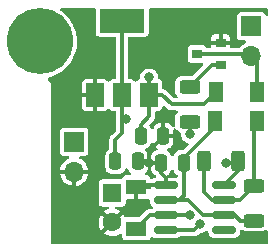
<source format=gtl>
%TF.GenerationSoftware,KiCad,Pcbnew,6.0.6-1.fc35*%
%TF.CreationDate,2022-07-22T15:55:32+02:00*%
%TF.ProjectId,NE555_OC,4e453535-355f-44f4-932e-6b696361645f,rev?*%
%TF.SameCoordinates,Original*%
%TF.FileFunction,Copper,L1,Top*%
%TF.FilePolarity,Positive*%
%FSLAX46Y46*%
G04 Gerber Fmt 4.6, Leading zero omitted, Abs format (unit mm)*
G04 Created by KiCad (PCBNEW 6.0.6-1.fc35) date 2022-07-22 15:55:32*
%MOMM*%
%LPD*%
G01*
G04 APERTURE LIST*
G04 Aperture macros list*
%AMRoundRect*
0 Rectangle with rounded corners*
0 $1 Rounding radius*
0 $2 $3 $4 $5 $6 $7 $8 $9 X,Y pos of 4 corners*
0 Add a 4 corners polygon primitive as box body*
4,1,4,$2,$3,$4,$5,$6,$7,$8,$9,$2,$3,0*
0 Add four circle primitives for the rounded corners*
1,1,$1+$1,$2,$3*
1,1,$1+$1,$4,$5*
1,1,$1+$1,$6,$7*
1,1,$1+$1,$8,$9*
0 Add four rect primitives between the rounded corners*
20,1,$1+$1,$2,$3,$4,$5,0*
20,1,$1+$1,$4,$5,$6,$7,0*
20,1,$1+$1,$6,$7,$8,$9,0*
20,1,$1+$1,$8,$9,$2,$3,0*%
G04 Aperture macros list end*
%TA.AperFunction,SMDPad,CuDef*%
%ADD10RoundRect,0.250000X0.250000X0.475000X-0.250000X0.475000X-0.250000X-0.475000X0.250000X-0.475000X0*%
%TD*%
%TA.AperFunction,SMDPad,CuDef*%
%ADD11R,1.300000X1.700000*%
%TD*%
%TA.AperFunction,SMDPad,CuDef*%
%ADD12RoundRect,0.250000X-0.250000X-0.475000X0.250000X-0.475000X0.250000X0.475000X-0.250000X0.475000X0*%
%TD*%
%TA.AperFunction,SMDPad,CuDef*%
%ADD13R,1.700000X1.300000*%
%TD*%
%TA.AperFunction,ComponentPad*%
%ADD14R,1.700000X1.700000*%
%TD*%
%TA.AperFunction,ComponentPad*%
%ADD15O,1.700000X1.700000*%
%TD*%
%TA.AperFunction,SMDPad,CuDef*%
%ADD16R,0.900000X0.800000*%
%TD*%
%TA.AperFunction,SMDPad,CuDef*%
%ADD17RoundRect,0.150000X-0.825000X-0.150000X0.825000X-0.150000X0.825000X0.150000X-0.825000X0.150000X0*%
%TD*%
%TA.AperFunction,SMDPad,CuDef*%
%ADD18RoundRect,0.250000X-0.625000X0.312500X-0.625000X-0.312500X0.625000X-0.312500X0.625000X0.312500X0*%
%TD*%
%TA.AperFunction,SMDPad,CuDef*%
%ADD19R,1.500000X2.000000*%
%TD*%
%TA.AperFunction,SMDPad,CuDef*%
%ADD20R,3.800000X2.000000*%
%TD*%
%TA.AperFunction,ComponentPad*%
%ADD21C,5.600000*%
%TD*%
%TA.AperFunction,SMDPad,CuDef*%
%ADD22RoundRect,0.250000X0.625000X-0.312500X0.625000X0.312500X-0.625000X0.312500X-0.625000X-0.312500X0*%
%TD*%
%TA.AperFunction,SMDPad,CuDef*%
%ADD23RoundRect,0.250000X0.312500X0.625000X-0.312500X0.625000X-0.312500X-0.625000X0.312500X-0.625000X0*%
%TD*%
%TA.AperFunction,ComponentPad*%
%ADD24R,1.600000X1.600000*%
%TD*%
%TA.AperFunction,ComponentPad*%
%ADD25C,1.600000*%
%TD*%
%TA.AperFunction,ViaPad*%
%ADD26C,0.800000*%
%TD*%
%TA.AperFunction,Conductor*%
%ADD27C,0.304800*%
%TD*%
G04 APERTURE END LIST*
D10*
%TO.P,C2,1*%
%TO.N,Net-(C2-Pad1)*%
X59178000Y-90297000D03*
%TO.P,C2,2*%
%TO.N,GND*%
X57278000Y-90297000D03*
%TD*%
D11*
%TO.P,D3,1,K*%
%TO.N,Net-(C2-Pad1)*%
X61877000Y-86741000D03*
%TO.P,D3,2,A*%
%TO.N,Net-(D3-Pad2)*%
X65377000Y-86741000D03*
%TD*%
D12*
%TO.P,C1,1*%
%TO.N,+24V*%
X55565000Y-88011000D03*
%TO.P,C1,2*%
%TO.N,GND*%
X57465000Y-88011000D03*
%TD*%
D13*
%TO.P,D1,1,K*%
%TO.N,Net-(D1-Pad1)*%
X55180000Y-95857000D03*
%TO.P,D1,2,A*%
%TO.N,GND*%
X55180000Y-92357000D03*
%TD*%
D14*
%TO.P,J2,1,Pin_1*%
%TO.N,+24V*%
X64897000Y-78735000D03*
D15*
%TO.P,J2,2,Pin_2*%
%TO.N,Net-(D2-Pad2)*%
X64897000Y-81275000D03*
%TD*%
D14*
%TO.P,J1,1,Pin_1*%
%TO.N,+24V*%
X49911000Y-88514000D03*
D15*
%TO.P,J1,2,Pin_2*%
%TO.N,GND*%
X49911000Y-91054000D03*
%TD*%
D16*
%TO.P,Q1,1,B*%
%TO.N,Net-(Q1-Pad1)*%
X62316000Y-82026000D03*
%TO.P,Q1,2,E*%
%TO.N,GND*%
X62316000Y-80126000D03*
%TO.P,Q1,3,C*%
%TO.N,Net-(D2-Pad2)*%
X60316000Y-81076000D03*
%TD*%
D17*
%TO.P,U1,1,GND*%
%TO.N,GND*%
X57658000Y-92202000D03*
%TO.P,U1,2,TR*%
%TO.N,Net-(C2-Pad1)*%
X57658000Y-93472000D03*
%TO.P,U1,3,Q*%
%TO.N,Net-(D1-Pad1)*%
X57658000Y-94742000D03*
%TO.P,U1,4,R*%
%TO.N,+5V*%
X57658000Y-96012000D03*
%TO.P,U1,5,CV*%
%TO.N,unconnected-(U1-Pad5)*%
X62608000Y-96012000D03*
%TO.P,U1,6,THR*%
%TO.N,Net-(C2-Pad1)*%
X62608000Y-94742000D03*
%TO.P,U1,7,DIS*%
%TO.N,Net-(D3-Pad2)*%
X62608000Y-93472000D03*
%TO.P,U1,8,VCC*%
%TO.N,+5V*%
X62608000Y-92202000D03*
%TD*%
D11*
%TO.P,D2,1,K*%
%TO.N,+24V*%
X61905000Y-84328000D03*
%TO.P,D2,2,A*%
%TO.N,Net-(D2-Pad2)*%
X65405000Y-84328000D03*
%TD*%
D18*
%TO.P,R2,1*%
%TO.N,Net-(D3-Pad2)*%
X65152000Y-92263500D03*
%TO.P,R2,2*%
%TO.N,Net-(C2-Pad1)*%
X65152000Y-95188500D03*
%TD*%
D19*
%TO.P,U2,1,GND*%
%TO.N,GND*%
X51675000Y-84557000D03*
%TO.P,U2,2,VO*%
%TO.N,+5V*%
X53975000Y-84557000D03*
D20*
X53975000Y-78257000D03*
D19*
%TO.P,U2,3,VI*%
%TO.N,+24V*%
X56275000Y-84557000D03*
%TD*%
D21*
%TO.P,ref1,1*%
%TO.N,N/C*%
X46990000Y-80010000D03*
%TD*%
D22*
%TO.P,R3,1*%
%TO.N,Net-(D1-Pad1)*%
X59690000Y-86806500D03*
%TO.P,R3,2*%
%TO.N,Net-(Q1-Pad1)*%
X59690000Y-83881500D03*
%TD*%
D12*
%TO.P,C3,1*%
%TO.N,+5V*%
X53406000Y-90170000D03*
%TO.P,C3,2*%
%TO.N,GND*%
X55306000Y-90170000D03*
%TD*%
D23*
%TO.P,R1,1*%
%TO.N,+5V*%
X63820500Y-90170000D03*
%TO.P,R1,2*%
%TO.N,Net-(D3-Pad2)*%
X60895500Y-90170000D03*
%TD*%
D24*
%TO.P,C4,1*%
%TO.N,+24V*%
X53136800Y-92848421D03*
D25*
%TO.P,C4,2*%
%TO.N,GND*%
X53136800Y-95348421D03*
%TD*%
D26*
%TO.N,+24V*%
X56261000Y-83058000D03*
%TO.N,GND*%
X56261000Y-90297000D03*
X58928000Y-81026000D03*
X55245000Y-94107000D03*
%TO.N,+5V*%
X54305200Y-86614000D03*
X62738000Y-90297000D03*
X60579000Y-95504000D03*
%TO.N,Net-(D1-Pad1)*%
X59690000Y-94742000D03*
X59690000Y-87884000D03*
%TD*%
D27*
%TO.N,+24V*%
X56275000Y-86346000D02*
X55565000Y-87056000D01*
X55565000Y-87056000D02*
X55565000Y-88011000D01*
X60889000Y-85344000D02*
X61905000Y-84328000D01*
X56275000Y-84557000D02*
X56275000Y-86346000D01*
X56275000Y-84557000D02*
X57379000Y-84557000D01*
X58166000Y-85344000D02*
X60889000Y-85344000D01*
X57379000Y-84557000D02*
X58166000Y-85344000D01*
X56261000Y-84543000D02*
X56275000Y-84557000D01*
X56261000Y-83058000D02*
X56261000Y-84543000D01*
%TO.N,GND*%
X56261000Y-90297000D02*
X55433000Y-90297000D01*
X57658000Y-92202000D02*
X55335000Y-92202000D01*
X57278000Y-91187000D02*
X57658000Y-91567000D01*
X57278000Y-90297000D02*
X56261000Y-90297000D01*
X55335000Y-92202000D02*
X55180000Y-92357000D01*
X57658000Y-91567000D02*
X57658000Y-92202000D01*
X56261000Y-89281000D02*
X56261000Y-90297000D01*
X57278000Y-90297000D02*
X57278000Y-91187000D01*
X57465000Y-88077000D02*
X56261000Y-89281000D01*
X55433000Y-90297000D02*
X55306000Y-90170000D01*
X62316000Y-80126000D02*
X59320000Y-80126000D01*
X55180000Y-94042000D02*
X55245000Y-94107000D01*
X55180000Y-92357000D02*
X55180000Y-94042000D01*
X57465000Y-88011000D02*
X57465000Y-88077000D01*
X59320000Y-80126000D02*
X59055000Y-80391000D01*
%TO.N,Net-(C2-Pad1)*%
X61877000Y-87221000D02*
X59178000Y-89920000D01*
X63500000Y-94742000D02*
X62608000Y-94742000D01*
X59178000Y-93095000D02*
X58801000Y-93472000D01*
X59563000Y-93472000D02*
X60833000Y-94742000D01*
X63946500Y-95188500D02*
X63500000Y-94742000D01*
X57658000Y-93472000D02*
X58801000Y-93472000D01*
X58801000Y-93472000D02*
X59563000Y-93472000D01*
X65152000Y-95188500D02*
X63946500Y-95188500D01*
X59178000Y-90297000D02*
X59178000Y-93095000D01*
X61877000Y-86741000D02*
X61877000Y-87221000D01*
X59178000Y-89920000D02*
X59178000Y-90297000D01*
X60833000Y-94742000D02*
X62608000Y-94742000D01*
%TO.N,+5V*%
X60071000Y-96012000D02*
X60579000Y-95504000D01*
X63693500Y-90297000D02*
X63820500Y-90170000D01*
X53975000Y-84557000D02*
X53975000Y-86283800D01*
X63820500Y-90989500D02*
X62608000Y-92202000D01*
X53975000Y-86283800D02*
X53975000Y-87757000D01*
X54305200Y-86614000D02*
X53975000Y-86283800D01*
X62738000Y-90297000D02*
X63693500Y-90297000D01*
X57658000Y-96012000D02*
X60071000Y-96012000D01*
X63820500Y-90170000D02*
X63820500Y-90989500D01*
X53975000Y-78257000D02*
X53975000Y-84557000D01*
X53406000Y-88326000D02*
X53406000Y-90170000D01*
X53975000Y-87757000D02*
X53406000Y-88326000D01*
%TO.N,Net-(D1-Pad1)*%
X57658000Y-94742000D02*
X59690000Y-94742000D01*
X59690000Y-87884000D02*
X59690000Y-86806500D01*
X57658000Y-94742000D02*
X56295000Y-94742000D01*
X56295000Y-94742000D02*
X55180000Y-95857000D01*
%TO.N,Net-(D2-Pad2)*%
X65405000Y-81783000D02*
X64897000Y-81275000D01*
X64698000Y-81076000D02*
X64897000Y-81275000D01*
X60316000Y-81076000D02*
X64698000Y-81076000D01*
X65405000Y-84328000D02*
X65405000Y-81783000D01*
%TO.N,Net-(D3-Pad2)*%
X65152000Y-92263500D02*
X65152000Y-86966000D01*
X63943500Y-93472000D02*
X65152000Y-92263500D01*
X65152000Y-86966000D02*
X65377000Y-86741000D01*
X61595000Y-93472000D02*
X62608000Y-93472000D01*
X60895500Y-90170000D02*
X60895500Y-92772500D01*
X62608000Y-93472000D02*
X63943500Y-93472000D01*
X60895500Y-92772500D02*
X61595000Y-93472000D01*
%TO.N,Net-(Q1-Pad1)*%
X62316000Y-82026000D02*
X61545500Y-82026000D01*
X61545500Y-82026000D02*
X59690000Y-83881500D01*
%TD*%
%TA.AperFunction,Conductor*%
%TO.N,GND*%
G36*
X51666621Y-77205502D02*
G01*
X51713114Y-77259158D01*
X51724500Y-77311500D01*
X51724500Y-79290218D01*
X51725170Y-79294768D01*
X51725170Y-79294771D01*
X51733216Y-79349426D01*
X51734642Y-79359112D01*
X51750025Y-79390443D01*
X51776737Y-79444849D01*
X51786068Y-79463855D01*
X51868650Y-79546293D01*
X51973482Y-79597536D01*
X52003973Y-79601984D01*
X52037256Y-79606840D01*
X52037260Y-79606840D01*
X52041782Y-79607500D01*
X53346100Y-79607500D01*
X53414221Y-79627502D01*
X53460714Y-79681158D01*
X53472100Y-79733500D01*
X53472100Y-83080500D01*
X53452098Y-83148621D01*
X53398442Y-83195114D01*
X53346100Y-83206500D01*
X53191782Y-83206500D01*
X53187232Y-83207170D01*
X53187229Y-83207170D01*
X53132574Y-83215216D01*
X53132573Y-83215216D01*
X53122888Y-83216642D01*
X53072992Y-83241140D01*
X53027493Y-83263478D01*
X53027491Y-83263479D01*
X53018145Y-83268068D01*
X52935707Y-83350650D01*
X52931132Y-83360010D01*
X52927288Y-83365399D01*
X52871447Y-83409243D01*
X52800766Y-83415936D01*
X52737687Y-83383355D01*
X52722257Y-83365578D01*
X52706153Y-83343084D01*
X52638428Y-83275477D01*
X52621700Y-83263545D01*
X52535162Y-83221245D01*
X52516694Y-83215537D01*
X52462703Y-83207660D01*
X52453604Y-83207000D01*
X51868115Y-83207000D01*
X51852876Y-83211475D01*
X51851671Y-83212865D01*
X51850000Y-83220548D01*
X51850000Y-85888884D01*
X51854475Y-85904123D01*
X51855865Y-85905328D01*
X51863548Y-85906999D01*
X52453568Y-85906999D01*
X52462734Y-85906328D01*
X52517278Y-85898300D01*
X52535759Y-85892557D01*
X52622213Y-85850111D01*
X52638918Y-85838151D01*
X52706523Y-85770428D01*
X52722092Y-85748601D01*
X52777934Y-85704758D01*
X52848615Y-85698065D01*
X52911693Y-85730647D01*
X52927122Y-85748422D01*
X52931478Y-85754507D01*
X52936068Y-85763855D01*
X52954823Y-85782577D01*
X53008651Y-85836311D01*
X53018650Y-85846293D01*
X53028006Y-85850866D01*
X53028007Y-85850867D01*
X53042154Y-85857782D01*
X53123482Y-85897536D01*
X53148152Y-85901135D01*
X53187256Y-85906840D01*
X53187260Y-85906840D01*
X53191782Y-85907500D01*
X53346100Y-85907500D01*
X53414221Y-85927502D01*
X53460714Y-85981158D01*
X53472100Y-86033500D01*
X53472100Y-86213354D01*
X53470765Y-86225311D01*
X53471266Y-86225351D01*
X53470546Y-86234297D01*
X53468565Y-86243053D01*
X53469121Y-86252013D01*
X53471858Y-86296131D01*
X53472100Y-86303933D01*
X53472100Y-87496502D01*
X53452098Y-87564623D01*
X53435195Y-87585597D01*
X53100210Y-87920582D01*
X53090811Y-87928092D01*
X53091138Y-87928476D01*
X53084305Y-87934291D01*
X53076709Y-87939084D01*
X53070764Y-87945815D01*
X53070761Y-87945818D01*
X53041506Y-87978944D01*
X53036160Y-87984632D01*
X53024864Y-87995928D01*
X53022176Y-87999514D01*
X53022172Y-87999519D01*
X53018689Y-88004166D01*
X53012308Y-88012004D01*
X53000949Y-88024866D01*
X52981351Y-88047057D01*
X52977536Y-88055182D01*
X52975597Y-88058134D01*
X52967423Y-88071737D01*
X52965728Y-88074832D01*
X52960347Y-88082013D01*
X52957197Y-88090417D01*
X52957196Y-88090418D01*
X52943933Y-88125798D01*
X52940006Y-88135118D01*
X52925508Y-88165998D01*
X52920129Y-88177454D01*
X52918748Y-88186325D01*
X52917712Y-88189714D01*
X52913689Y-88205052D01*
X52912932Y-88208493D01*
X52909781Y-88216899D01*
X52909116Y-88225850D01*
X52906316Y-88263532D01*
X52905162Y-88273580D01*
X52903850Y-88282008D01*
X52903100Y-88286825D01*
X52903100Y-88302127D01*
X52902754Y-88311464D01*
X52899106Y-88360557D01*
X52900979Y-88369332D01*
X52901584Y-88378204D01*
X52903100Y-88392567D01*
X52903100Y-89070129D01*
X52883098Y-89138250D01*
X52851528Y-89168338D01*
X52853159Y-89170464D01*
X52761751Y-89240604D01*
X52727718Y-89266718D01*
X52722695Y-89273264D01*
X52701756Y-89300552D01*
X52631464Y-89392159D01*
X52570956Y-89538238D01*
X52569878Y-89546426D01*
X52556778Y-89645935D01*
X52555500Y-89655639D01*
X52555501Y-90684360D01*
X52556039Y-90688444D01*
X52556039Y-90688450D01*
X52569878Y-90793575D01*
X52570956Y-90801762D01*
X52631464Y-90947841D01*
X52727718Y-91073282D01*
X52853159Y-91169536D01*
X52999238Y-91230044D01*
X53007426Y-91231122D01*
X53112545Y-91244961D01*
X53116639Y-91245500D01*
X53405964Y-91245500D01*
X53695360Y-91245499D01*
X53699444Y-91244961D01*
X53699450Y-91244961D01*
X53804575Y-91231122D01*
X53804577Y-91231122D01*
X53812762Y-91230044D01*
X53958841Y-91169536D01*
X54084282Y-91073282D01*
X54180536Y-90947841D01*
X54239863Y-90804614D01*
X54284410Y-90749334D01*
X54351774Y-90726913D01*
X54420565Y-90744471D01*
X54468943Y-90796433D01*
X54472680Y-90804615D01*
X54528741Y-90939959D01*
X54536930Y-90954142D01*
X54623046Y-91066372D01*
X54634630Y-91077956D01*
X54703809Y-91131039D01*
X54745676Y-91188377D01*
X54749898Y-91259248D01*
X54715134Y-91321151D01*
X54652421Y-91354432D01*
X54627105Y-91357001D01*
X54301432Y-91357001D01*
X54292266Y-91357672D01*
X54237722Y-91365700D01*
X54219241Y-91371443D01*
X54132787Y-91413889D01*
X54116082Y-91425849D01*
X54048477Y-91493572D01*
X54036545Y-91510300D01*
X53994243Y-91596841D01*
X53990445Y-91609129D01*
X53951218Y-91668306D01*
X53886226Y-91696880D01*
X53870064Y-91697921D01*
X52303582Y-91697921D01*
X52299032Y-91698591D01*
X52299029Y-91698591D01*
X52244374Y-91706637D01*
X52244373Y-91706637D01*
X52234688Y-91708063D01*
X52188883Y-91730552D01*
X52139293Y-91754899D01*
X52139291Y-91754900D01*
X52129945Y-91759489D01*
X52047507Y-91842071D01*
X51996264Y-91946903D01*
X51986300Y-92015203D01*
X51986300Y-93681639D01*
X51986970Y-93686189D01*
X51986970Y-93686192D01*
X51995016Y-93740847D01*
X51996442Y-93750533D01*
X52011171Y-93780533D01*
X52039916Y-93839079D01*
X52047868Y-93855276D01*
X52130450Y-93937714D01*
X52235282Y-93988957D01*
X52265773Y-93993405D01*
X52299056Y-93998261D01*
X52299060Y-93998261D01*
X52303582Y-93998921D01*
X52766391Y-93998921D01*
X52834512Y-94018923D01*
X52881005Y-94072579D01*
X52891109Y-94142853D01*
X52861615Y-94207433D01*
X52810002Y-94243133D01*
X52645007Y-94304003D01*
X52634629Y-94308953D01*
X52464612Y-94410102D01*
X52458902Y-94419105D01*
X52464734Y-94428867D01*
X53123989Y-95088123D01*
X53137932Y-95095736D01*
X53139766Y-95095605D01*
X53146380Y-95091354D01*
X53806038Y-94431695D01*
X53812795Y-94419320D01*
X53806765Y-94411264D01*
X53666009Y-94322455D01*
X53655765Y-94317235D01*
X53467065Y-94241951D01*
X53411206Y-94198130D01*
X53387906Y-94131066D01*
X53404562Y-94062051D01*
X53455886Y-94012996D01*
X53513756Y-93998921D01*
X53970018Y-93998921D01*
X53974568Y-93998251D01*
X53974571Y-93998251D01*
X54029226Y-93990205D01*
X54029227Y-93990205D01*
X54038912Y-93988779D01*
X54093622Y-93961918D01*
X54134307Y-93941943D01*
X54134309Y-93941942D01*
X54143655Y-93937353D01*
X54226093Y-93854771D01*
X54231119Y-93844490D01*
X54256896Y-93791754D01*
X54277336Y-93749939D01*
X54287300Y-93681639D01*
X54287300Y-93483000D01*
X54307302Y-93414879D01*
X54360958Y-93368386D01*
X54413300Y-93357000D01*
X54986885Y-93357000D01*
X55002124Y-93352525D01*
X55003329Y-93351135D01*
X55005000Y-93343452D01*
X55005000Y-92308000D01*
X55025002Y-92239879D01*
X55078658Y-92193386D01*
X55131000Y-92182000D01*
X56274884Y-92182000D01*
X56290123Y-92177526D01*
X56291329Y-92176134D01*
X56293000Y-92168452D01*
X56293000Y-92153000D01*
X56313002Y-92084879D01*
X56366658Y-92038386D01*
X56419000Y-92027000D01*
X57707000Y-92027000D01*
X57775121Y-92047002D01*
X57821614Y-92100658D01*
X57833000Y-92153000D01*
X57833000Y-92251000D01*
X57812998Y-92319121D01*
X57759342Y-92365614D01*
X57707000Y-92377000D01*
X56438116Y-92377000D01*
X56422877Y-92381474D01*
X56421671Y-92382866D01*
X56420000Y-92390548D01*
X56420000Y-92406000D01*
X56399998Y-92474121D01*
X56346342Y-92520614D01*
X56294000Y-92532000D01*
X55373115Y-92532000D01*
X55357876Y-92536475D01*
X55356671Y-92537865D01*
X55355000Y-92545548D01*
X55355000Y-93338884D01*
X55359475Y-93354123D01*
X55360865Y-93355328D01*
X55368548Y-93356999D01*
X56058568Y-93356999D01*
X56067734Y-93356328D01*
X56122278Y-93348300D01*
X56140758Y-93342558D01*
X56150967Y-93337545D01*
X56220930Y-93325476D01*
X56286312Y-93353148D01*
X56326354Y-93411775D01*
X56332500Y-93450646D01*
X56332501Y-93661857D01*
X56332501Y-93669376D01*
X56332870Y-93672770D01*
X56332870Y-93672776D01*
X56334328Y-93686192D01*
X56339149Y-93730580D01*
X56389474Y-93864824D01*
X56394854Y-93872003D01*
X56394856Y-93872006D01*
X56447272Y-93941943D01*
X56475454Y-93979546D01*
X56510985Y-94006175D01*
X56553499Y-94063034D01*
X56558523Y-94133853D01*
X56524463Y-94196146D01*
X56510984Y-94207825D01*
X56502845Y-94213925D01*
X56436339Y-94238774D01*
X56427279Y-94239100D01*
X56365446Y-94239100D01*
X56353489Y-94237765D01*
X56353449Y-94238266D01*
X56344503Y-94237546D01*
X56335747Y-94235565D01*
X56284023Y-94238774D01*
X56282669Y-94238858D01*
X56274867Y-94239100D01*
X56258893Y-94239100D01*
X56248696Y-94240561D01*
X56238648Y-94241590D01*
X56223090Y-94242555D01*
X56200929Y-94243929D01*
X56200927Y-94243929D01*
X56191970Y-94244485D01*
X56183530Y-94247532D01*
X56180091Y-94248244D01*
X56164651Y-94252094D01*
X56161283Y-94253079D01*
X56152401Y-94254351D01*
X56144235Y-94258064D01*
X56144231Y-94258065D01*
X56109829Y-94273707D01*
X56100466Y-94277519D01*
X56056475Y-94293400D01*
X56049226Y-94298696D01*
X56046113Y-94300351D01*
X56032419Y-94308353D01*
X56029442Y-94310257D01*
X56021266Y-94313974D01*
X56014466Y-94319833D01*
X56014465Y-94319834D01*
X55985841Y-94344499D01*
X55977916Y-94350791D01*
X55971040Y-94355814D01*
X55971035Y-94355818D01*
X55967097Y-94358695D01*
X55956282Y-94369510D01*
X55949436Y-94375868D01*
X55912136Y-94408007D01*
X55907252Y-94415542D01*
X55901404Y-94422246D01*
X55892325Y-94433467D01*
X55506197Y-94819595D01*
X55443885Y-94853621D01*
X55417102Y-94856500D01*
X54296782Y-94856500D01*
X54292224Y-94857171D01*
X54275448Y-94859640D01*
X54205141Y-94849771D01*
X54151330Y-94803458D01*
X54144094Y-94790712D01*
X54124096Y-94750162D01*
X54118078Y-94740340D01*
X54075177Y-94682889D01*
X54063917Y-94674438D01*
X54051501Y-94681208D01*
X53384287Y-95348421D01*
X53136800Y-95595908D01*
X52468806Y-96263903D01*
X52462611Y-96275248D01*
X52472493Y-96287738D01*
X52580912Y-96360181D01*
X52591025Y-96365672D01*
X52774605Y-96444544D01*
X52785538Y-96448096D01*
X52980415Y-96492192D01*
X52991825Y-96493694D01*
X53191476Y-96501538D01*
X53202958Y-96500936D01*
X53400698Y-96472266D01*
X53411881Y-96469581D01*
X53601083Y-96405355D01*
X53611586Y-96400679D01*
X53790958Y-96300227D01*
X53792159Y-96302371D01*
X53849583Y-96283552D01*
X53918293Y-96301427D01*
X53966431Y-96353611D01*
X53979500Y-96409491D01*
X53979500Y-96540218D01*
X53989642Y-96609112D01*
X54041068Y-96713855D01*
X54123650Y-96796293D01*
X54228482Y-96847536D01*
X54258973Y-96851984D01*
X54292256Y-96856840D01*
X54292260Y-96856840D01*
X54296782Y-96857500D01*
X56063218Y-96857500D01*
X56067768Y-96856830D01*
X56067771Y-96856830D01*
X56122426Y-96848784D01*
X56122427Y-96848784D01*
X56132112Y-96847358D01*
X56226804Y-96800867D01*
X56227507Y-96800522D01*
X56227509Y-96800521D01*
X56236855Y-96795932D01*
X56319293Y-96713350D01*
X56363610Y-96622687D01*
X56411494Y-96570271D01*
X56480116Y-96552064D01*
X56552374Y-96577195D01*
X56582994Y-96600144D01*
X56582997Y-96600146D01*
X56590176Y-96605526D01*
X56679561Y-96639034D01*
X56717025Y-96653079D01*
X56717027Y-96653079D01*
X56724420Y-96655851D01*
X56732270Y-96656704D01*
X56732271Y-96656704D01*
X56782217Y-96662130D01*
X56785623Y-96662500D01*
X57657872Y-96662500D01*
X58530376Y-96662499D01*
X58533770Y-96662130D01*
X58533776Y-96662130D01*
X58583722Y-96656705D01*
X58583726Y-96656704D01*
X58591580Y-96655851D01*
X58725824Y-96605526D01*
X58733003Y-96600146D01*
X58733006Y-96600144D01*
X58813156Y-96540074D01*
X58879662Y-96515226D01*
X58888721Y-96514900D01*
X60000554Y-96514900D01*
X60012511Y-96516235D01*
X60012551Y-96515734D01*
X60021497Y-96516454D01*
X60030253Y-96518435D01*
X60083332Y-96515142D01*
X60091133Y-96514900D01*
X60107107Y-96514900D01*
X60117304Y-96513439D01*
X60127352Y-96512410D01*
X60142910Y-96511445D01*
X60165071Y-96510071D01*
X60165073Y-96510071D01*
X60174030Y-96509515D01*
X60182470Y-96506468D01*
X60185917Y-96505754D01*
X60201305Y-96501918D01*
X60204713Y-96500921D01*
X60213599Y-96499649D01*
X60221773Y-96495933D01*
X60221775Y-96495932D01*
X60256166Y-96480296D01*
X60265531Y-96476483D01*
X60284650Y-96469581D01*
X60309525Y-96460601D01*
X60316776Y-96455304D01*
X60319871Y-96453658D01*
X60333588Y-96445643D01*
X60336559Y-96443743D01*
X60344734Y-96440026D01*
X60380171Y-96409491D01*
X60388085Y-96403208D01*
X60394968Y-96398180D01*
X60394971Y-96398178D01*
X60398903Y-96395305D01*
X60409718Y-96384490D01*
X60416565Y-96378132D01*
X60453864Y-96345993D01*
X60458748Y-96338458D01*
X60464596Y-96331754D01*
X60473675Y-96320533D01*
X60500064Y-96294144D01*
X60562376Y-96260118D01*
X60577736Y-96257759D01*
X60730864Y-96243823D01*
X60737566Y-96241645D01*
X60737568Y-96241645D01*
X60884298Y-96193970D01*
X60884301Y-96193969D01*
X60890997Y-96191793D01*
X61035623Y-96105578D01*
X61040718Y-96100726D01*
X61040726Y-96100720D01*
X61069610Y-96073214D01*
X61132735Y-96040722D01*
X61203405Y-96047516D01*
X61259184Y-96091439D01*
X61282501Y-96164460D01*
X61282501Y-96209376D01*
X61282870Y-96212770D01*
X61282870Y-96212776D01*
X61288013Y-96260118D01*
X61289149Y-96270580D01*
X61339474Y-96404824D01*
X61344854Y-96412003D01*
X61344856Y-96412006D01*
X61412242Y-96501918D01*
X61425454Y-96519546D01*
X61432635Y-96524928D01*
X61532994Y-96600144D01*
X61532997Y-96600146D01*
X61540176Y-96605526D01*
X61629561Y-96639034D01*
X61667025Y-96653079D01*
X61667027Y-96653079D01*
X61674420Y-96655851D01*
X61682270Y-96656704D01*
X61682271Y-96656704D01*
X61732217Y-96662130D01*
X61735623Y-96662500D01*
X62607872Y-96662500D01*
X63480376Y-96662499D01*
X63483770Y-96662130D01*
X63483776Y-96662130D01*
X63533722Y-96656705D01*
X63533726Y-96656704D01*
X63541580Y-96655851D01*
X63675824Y-96605526D01*
X63683003Y-96600146D01*
X63683006Y-96600144D01*
X63783365Y-96524928D01*
X63790546Y-96519546D01*
X63803758Y-96501918D01*
X63871144Y-96412006D01*
X63871146Y-96412003D01*
X63876526Y-96404824D01*
X63915737Y-96300227D01*
X63924079Y-96277975D01*
X63924079Y-96277973D01*
X63926851Y-96270580D01*
X63929995Y-96241645D01*
X63933131Y-96212774D01*
X63933131Y-96212773D01*
X63933500Y-96209377D01*
X63933500Y-96058009D01*
X63953502Y-95989888D01*
X64007158Y-95943395D01*
X64077432Y-95933291D01*
X64136204Y-95958046D01*
X64224159Y-96025536D01*
X64370238Y-96086044D01*
X64378426Y-96087122D01*
X64483545Y-96100961D01*
X64487639Y-96101500D01*
X65151919Y-96101500D01*
X65816360Y-96101499D01*
X65820444Y-96100961D01*
X65820450Y-96100961D01*
X65925575Y-96087122D01*
X65925577Y-96087122D01*
X65933762Y-96086044D01*
X66079841Y-96025536D01*
X66121796Y-95993343D01*
X66188017Y-95967743D01*
X66257565Y-95982008D01*
X66308361Y-96031609D01*
X66324500Y-96093306D01*
X66324500Y-97059500D01*
X66304498Y-97127621D01*
X66250842Y-97174114D01*
X66198500Y-97185500D01*
X48101500Y-97185500D01*
X48033379Y-97165498D01*
X47986886Y-97111842D01*
X47975500Y-97059500D01*
X47975500Y-95323955D01*
X51982647Y-95323955D01*
X51995714Y-95523323D01*
X51997515Y-95534693D01*
X52046696Y-95728344D01*
X52050537Y-95739190D01*
X52134186Y-95920639D01*
X52139937Y-95930600D01*
X52198714Y-96013769D01*
X52209304Y-96022157D01*
X52222603Y-96015130D01*
X52876502Y-95361232D01*
X52884115Y-95347289D01*
X52883984Y-95345455D01*
X52879733Y-95338841D01*
X52221603Y-94680712D01*
X52208768Y-94673703D01*
X52198076Y-94681501D01*
X52171778Y-94714861D01*
X52165504Y-94724522D01*
X52072479Y-94901333D01*
X52068073Y-94911970D01*
X52008825Y-95102777D01*
X52006432Y-95114035D01*
X51982948Y-95312454D01*
X51982647Y-95323955D01*
X47975500Y-95323955D01*
X47975500Y-91242474D01*
X48721222Y-91242474D01*
X48722117Y-91248120D01*
X48773563Y-91450689D01*
X48777401Y-91461527D01*
X48864898Y-91651324D01*
X48870649Y-91661285D01*
X48991272Y-91831962D01*
X48998740Y-91840705D01*
X49148446Y-91986543D01*
X49157380Y-91993777D01*
X49331152Y-92109889D01*
X49341265Y-92115380D01*
X49533288Y-92197879D01*
X49544221Y-92201431D01*
X49718332Y-92240828D01*
X49732405Y-92239939D01*
X49736000Y-92230540D01*
X49736000Y-92223146D01*
X50086000Y-92223146D01*
X50089966Y-92236652D01*
X50103965Y-92238656D01*
X50186613Y-92226673D01*
X50197809Y-92223985D01*
X50395707Y-92156807D01*
X50406216Y-92152128D01*
X50588552Y-92050015D01*
X50598045Y-92043490D01*
X50758725Y-91909854D01*
X50766854Y-91901725D01*
X50900490Y-91741045D01*
X50907015Y-91731552D01*
X51009128Y-91549216D01*
X51013807Y-91538707D01*
X51080985Y-91340809D01*
X51083673Y-91329613D01*
X51095661Y-91246929D01*
X51093675Y-91232993D01*
X51080107Y-91229000D01*
X50104115Y-91229000D01*
X50088876Y-91233475D01*
X50087671Y-91234865D01*
X50086000Y-91242548D01*
X50086000Y-92223146D01*
X49736000Y-92223146D01*
X49736000Y-91247115D01*
X49731525Y-91231876D01*
X49730135Y-91230671D01*
X49722452Y-91229000D01*
X48737924Y-91229000D01*
X48722884Y-91233416D01*
X48721222Y-91242474D01*
X47975500Y-91242474D01*
X47975500Y-89397218D01*
X48710500Y-89397218D01*
X48711170Y-89401768D01*
X48711170Y-89401771D01*
X48719216Y-89456426D01*
X48720642Y-89466112D01*
X48743470Y-89512608D01*
X48767403Y-89561353D01*
X48772068Y-89570855D01*
X48854650Y-89653293D01*
X48959482Y-89704536D01*
X48989973Y-89708984D01*
X49023256Y-89713840D01*
X49023260Y-89713840D01*
X49027782Y-89714500D01*
X49369015Y-89714500D01*
X49437136Y-89734502D01*
X49483629Y-89788158D01*
X49493733Y-89858432D01*
X49464239Y-89923012D01*
X49412625Y-89958712D01*
X49397592Y-89964258D01*
X49387210Y-89969210D01*
X49207604Y-90076064D01*
X49198292Y-90082829D01*
X49041163Y-90220629D01*
X49033246Y-90228972D01*
X48903862Y-90393095D01*
X48897591Y-90402751D01*
X48800287Y-90587696D01*
X48795881Y-90598333D01*
X48733908Y-90797917D01*
X48731515Y-90809173D01*
X48725380Y-90861012D01*
X48727822Y-90875431D01*
X48740564Y-90879000D01*
X51081946Y-90879000D01*
X51096491Y-90874729D01*
X51098554Y-90862595D01*
X51096490Y-90840134D01*
X51094393Y-90828820D01*
X51037664Y-90627675D01*
X51033542Y-90616936D01*
X50941107Y-90429497D01*
X50935097Y-90419689D01*
X50810047Y-90252227D01*
X50802357Y-90243687D01*
X50648883Y-90101816D01*
X50639758Y-90094815D01*
X50463006Y-89983293D01*
X50452759Y-89978072D01*
X50401270Y-89957530D01*
X50345411Y-89913709D01*
X50322110Y-89846645D01*
X50338766Y-89777630D01*
X50390090Y-89728576D01*
X50447960Y-89714500D01*
X50794218Y-89714500D01*
X50798768Y-89713830D01*
X50798771Y-89713830D01*
X50853426Y-89705784D01*
X50853427Y-89705784D01*
X50863112Y-89704358D01*
X50931937Y-89670567D01*
X50958507Y-89657522D01*
X50958509Y-89657521D01*
X50967855Y-89652932D01*
X51025158Y-89595529D01*
X51042935Y-89577721D01*
X51042935Y-89577720D01*
X51050293Y-89570350D01*
X51056021Y-89558633D01*
X51078518Y-89512608D01*
X51101536Y-89465518D01*
X51111500Y-89397218D01*
X51111500Y-87630782D01*
X51102871Y-87572162D01*
X51102784Y-87571574D01*
X51102784Y-87571573D01*
X51101358Y-87561888D01*
X51069323Y-87496640D01*
X51054522Y-87466493D01*
X51054521Y-87466491D01*
X51049932Y-87457145D01*
X50967350Y-87374707D01*
X50862518Y-87323464D01*
X50832027Y-87319016D01*
X50798744Y-87314160D01*
X50798740Y-87314160D01*
X50794218Y-87313500D01*
X49027782Y-87313500D01*
X49023232Y-87314170D01*
X49023229Y-87314170D01*
X48968574Y-87322216D01*
X48968573Y-87322216D01*
X48958888Y-87323642D01*
X48940639Y-87332602D01*
X48863493Y-87370478D01*
X48863491Y-87370479D01*
X48854145Y-87375068D01*
X48771707Y-87457650D01*
X48720464Y-87562482D01*
X48719052Y-87572162D01*
X48711458Y-87624218D01*
X48710500Y-87630782D01*
X48710500Y-89397218D01*
X47975500Y-89397218D01*
X47975500Y-85585568D01*
X50575001Y-85585568D01*
X50575672Y-85594734D01*
X50583700Y-85649278D01*
X50589443Y-85667759D01*
X50631889Y-85754213D01*
X50643849Y-85770918D01*
X50711572Y-85838523D01*
X50728300Y-85850455D01*
X50814838Y-85892755D01*
X50833306Y-85898463D01*
X50887297Y-85906340D01*
X50896396Y-85907000D01*
X51481885Y-85907000D01*
X51497124Y-85902525D01*
X51498329Y-85901135D01*
X51500000Y-85893452D01*
X51500000Y-84750115D01*
X51495525Y-84734876D01*
X51494135Y-84733671D01*
X51486452Y-84732000D01*
X50593116Y-84732000D01*
X50577877Y-84736475D01*
X50576672Y-84737865D01*
X50575001Y-84745548D01*
X50575001Y-85585568D01*
X47975500Y-85585568D01*
X47975500Y-84363885D01*
X50575000Y-84363885D01*
X50579475Y-84379124D01*
X50580865Y-84380329D01*
X50588548Y-84382000D01*
X51481885Y-84382000D01*
X51497124Y-84377525D01*
X51498329Y-84376135D01*
X51500000Y-84368452D01*
X51500000Y-83225116D01*
X51495525Y-83209877D01*
X51494135Y-83208672D01*
X51486452Y-83207001D01*
X50896432Y-83207001D01*
X50887266Y-83207672D01*
X50832722Y-83215700D01*
X50814241Y-83221443D01*
X50727787Y-83263889D01*
X50711082Y-83275849D01*
X50643477Y-83343572D01*
X50631545Y-83360300D01*
X50589245Y-83446838D01*
X50583537Y-83465306D01*
X50575660Y-83519297D01*
X50575000Y-83528396D01*
X50575000Y-84363885D01*
X47975500Y-84363885D01*
X47975500Y-84253051D01*
X47975915Y-84244785D01*
X47978084Y-84236544D01*
X47977534Y-84226867D01*
X47977547Y-84226377D01*
X47977722Y-84224641D01*
X47977677Y-84221584D01*
X47979200Y-84165456D01*
X47982559Y-84041596D01*
X47959356Y-83848044D01*
X47908160Y-83659948D01*
X47830068Y-83481335D01*
X47827624Y-83477424D01*
X47827621Y-83477419D01*
X47729198Y-83319943D01*
X47729197Y-83319942D01*
X47726751Y-83316028D01*
X47692562Y-83275849D01*
X47688259Y-83270792D01*
X47659347Y-83205949D01*
X47670081Y-83135768D01*
X47717053Y-83082532D01*
X47752034Y-83067317D01*
X47961701Y-83011921D01*
X47961702Y-83011921D01*
X47965092Y-83011025D01*
X48293536Y-82883630D01*
X48605733Y-82720417D01*
X48812929Y-82580661D01*
X48894875Y-82525388D01*
X48894877Y-82525387D01*
X48897791Y-82523421D01*
X48967912Y-82463744D01*
X49163397Y-82297373D01*
X49163398Y-82297372D01*
X49166070Y-82295098D01*
X49244141Y-82211961D01*
X49404815Y-82040861D01*
X49404819Y-82040856D01*
X49407226Y-82038293D01*
X49409331Y-82035479D01*
X49409337Y-82035472D01*
X49616144Y-81759026D01*
X49618253Y-81756207D01*
X49661381Y-81682698D01*
X49688321Y-81636779D01*
X49796521Y-81452356D01*
X49939809Y-81130527D01*
X50046329Y-80794732D01*
X50114755Y-80449156D01*
X50115049Y-80445656D01*
X50144051Y-80100288D01*
X50144051Y-80100281D01*
X50144234Y-80098106D01*
X50145464Y-80010000D01*
X50144829Y-79998630D01*
X50125995Y-79661772D01*
X50125799Y-79658264D01*
X50078815Y-79380475D01*
X50067636Y-79314381D01*
X50067635Y-79314376D01*
X50067049Y-79310912D01*
X49969946Y-78972273D01*
X49923066Y-78858535D01*
X49837038Y-78649814D01*
X49837034Y-78649807D01*
X49835700Y-78646569D01*
X49754955Y-78499694D01*
X49667681Y-78340943D01*
X49667676Y-78340936D01*
X49665985Y-78337859D01*
X49462916Y-78049991D01*
X49229025Y-77786552D01*
X49017070Y-77595707D01*
X48969844Y-77553184D01*
X48969841Y-77553182D01*
X48967226Y-77550827D01*
X48964373Y-77548785D01*
X48964365Y-77548778D01*
X48776039Y-77413951D01*
X48732293Y-77358033D01*
X48725724Y-77287341D01*
X48758416Y-77224319D01*
X48819991Y-77188977D01*
X48849386Y-77185500D01*
X51598500Y-77185500D01*
X51666621Y-77205502D01*
G37*
%TD.AperFunction*%
%TA.AperFunction,Conductor*%
G36*
X56579565Y-88585471D02*
G01*
X56627943Y-88637433D01*
X56631680Y-88645615D01*
X56687741Y-88780959D01*
X56695930Y-88795142D01*
X56782046Y-88907372D01*
X56793626Y-88918952D01*
X56905864Y-89005075D01*
X56907711Y-89006141D01*
X56908957Y-89007448D01*
X56912412Y-89010099D01*
X56911999Y-89010638D01*
X56956704Y-89057525D01*
X56970138Y-89127239D01*
X56943750Y-89193149D01*
X56885917Y-89234330D01*
X56877318Y-89236966D01*
X56863740Y-89240604D01*
X56733041Y-89294741D01*
X56718858Y-89302930D01*
X56606628Y-89389046D01*
X56595048Y-89400626D01*
X56508928Y-89512861D01*
X56500741Y-89527042D01*
X56446604Y-89657739D01*
X56442366Y-89673558D01*
X56428538Y-89778590D01*
X56428000Y-89786799D01*
X56428000Y-90103885D01*
X56432475Y-90119124D01*
X56433865Y-90120329D01*
X56441548Y-90122000D01*
X57327000Y-90122000D01*
X57395121Y-90142002D01*
X57441614Y-90195658D01*
X57453000Y-90248000D01*
X57453000Y-90346000D01*
X57432998Y-90414121D01*
X57379342Y-90460614D01*
X57327000Y-90472000D01*
X56446116Y-90472000D01*
X56430877Y-90476475D01*
X56429672Y-90477865D01*
X56428001Y-90485548D01*
X56428001Y-90807199D01*
X56428539Y-90815411D01*
X56442366Y-90920444D01*
X56446604Y-90936259D01*
X56500741Y-91066959D01*
X56508930Y-91081142D01*
X56595046Y-91193372D01*
X56606626Y-91204952D01*
X56718861Y-91291072D01*
X56733044Y-91299261D01*
X56772337Y-91315536D01*
X56827619Y-91360084D01*
X56850040Y-91427447D01*
X56832482Y-91496238D01*
X56780521Y-91544617D01*
X56737728Y-91557208D01*
X56732379Y-91557789D01*
X56717133Y-91561414D01*
X56598823Y-91605767D01*
X56583237Y-91614299D01*
X56552254Y-91637520D01*
X56485747Y-91662368D01*
X56416365Y-91647315D01*
X56363586Y-91592225D01*
X56323111Y-91509787D01*
X56311151Y-91493082D01*
X56243428Y-91425477D01*
X56226700Y-91413545D01*
X56140162Y-91371245D01*
X56121694Y-91365537D01*
X56067703Y-91357660D01*
X56058604Y-91357000D01*
X55984895Y-91357000D01*
X55916774Y-91336998D01*
X55870281Y-91283342D01*
X55860177Y-91213068D01*
X55889671Y-91148488D01*
X55908191Y-91131038D01*
X55977372Y-91077954D01*
X55988952Y-91066374D01*
X56075072Y-90954139D01*
X56083259Y-90939958D01*
X56137396Y-90809261D01*
X56141634Y-90793442D01*
X56155462Y-90688410D01*
X56156000Y-90680201D01*
X56156000Y-90363115D01*
X56151525Y-90347876D01*
X56150135Y-90346671D01*
X56142452Y-90345000D01*
X55257000Y-90345000D01*
X55188879Y-90324998D01*
X55142386Y-90271342D01*
X55131000Y-90219000D01*
X55131000Y-90121000D01*
X55151002Y-90052879D01*
X55204658Y-90006386D01*
X55257000Y-89995000D01*
X56137884Y-89995000D01*
X56153123Y-89990525D01*
X56154328Y-89989135D01*
X56155999Y-89981452D01*
X56155999Y-89659801D01*
X56155461Y-89651589D01*
X56141634Y-89546556D01*
X56137396Y-89530741D01*
X56083259Y-89400041D01*
X56075070Y-89385858D01*
X55988953Y-89273628D01*
X55974008Y-89258682D01*
X55939985Y-89196369D01*
X55945051Y-89125554D01*
X55987599Y-89068719D01*
X56014884Y-89053182D01*
X56117841Y-89010536D01*
X56243282Y-88914282D01*
X56339536Y-88788841D01*
X56398863Y-88645614D01*
X56443410Y-88590334D01*
X56510774Y-88567913D01*
X56579565Y-88585471D01*
G37*
%TD.AperFunction*%
%TA.AperFunction,Conductor*%
G36*
X58292023Y-90871471D02*
G01*
X58340401Y-90923433D01*
X58344135Y-90931609D01*
X58403464Y-91074841D01*
X58499718Y-91200282D01*
X58506264Y-91205305D01*
X58625159Y-91296536D01*
X58623065Y-91299265D01*
X58661067Y-91339084D01*
X58675100Y-91396871D01*
X58675100Y-91427298D01*
X58655098Y-91495419D01*
X58601442Y-91541912D01*
X58537140Y-91552292D01*
X58537126Y-91552553D01*
X58535927Y-91552488D01*
X58535481Y-91552560D01*
X58533720Y-91552369D01*
X58526915Y-91552000D01*
X57846234Y-91552000D01*
X57778113Y-91531998D01*
X57731620Y-91478342D01*
X57721516Y-91408068D01*
X57751010Y-91343488D01*
X57798016Y-91309591D01*
X57822959Y-91299259D01*
X57837142Y-91291070D01*
X57949372Y-91204954D01*
X57960952Y-91193374D01*
X58047072Y-91081139D01*
X58055259Y-91066958D01*
X58111320Y-90931615D01*
X58155868Y-90876334D01*
X58223231Y-90853913D01*
X58292023Y-90871471D01*
G37*
%TD.AperFunction*%
%TA.AperFunction,Conductor*%
G36*
X57584012Y-85473674D02*
G01*
X57590595Y-85479803D01*
X57760582Y-85649790D01*
X57768092Y-85659189D01*
X57768476Y-85658862D01*
X57774291Y-85665695D01*
X57779084Y-85673291D01*
X57785815Y-85679236D01*
X57785818Y-85679239D01*
X57818944Y-85708494D01*
X57824632Y-85713840D01*
X57835927Y-85725135D01*
X57839511Y-85727821D01*
X57839518Y-85727827D01*
X57844167Y-85731311D01*
X57852007Y-85737694D01*
X57880329Y-85762707D01*
X57887057Y-85768649D01*
X57895180Y-85772463D01*
X57898135Y-85774404D01*
X57911737Y-85782577D01*
X57914832Y-85784272D01*
X57922013Y-85789653D01*
X57930417Y-85792803D01*
X57930418Y-85792804D01*
X57965798Y-85806067D01*
X57975118Y-85809994D01*
X58009330Y-85826057D01*
X58009332Y-85826058D01*
X58017454Y-85829871D01*
X58026325Y-85831252D01*
X58029714Y-85832288D01*
X58045052Y-85836311D01*
X58048493Y-85837068D01*
X58056899Y-85840219D01*
X58077485Y-85841749D01*
X58103532Y-85843684D01*
X58113580Y-85844838D01*
X58122008Y-85846150D01*
X58122009Y-85846150D01*
X58126825Y-85846900D01*
X58142127Y-85846900D01*
X58151465Y-85847246D01*
X58200557Y-85850894D01*
X58209332Y-85849021D01*
X58218204Y-85848416D01*
X58232567Y-85846900D01*
X58552869Y-85846900D01*
X58620990Y-85866902D01*
X58667483Y-85920558D01*
X58677587Y-85990832D01*
X58648093Y-86055412D01*
X58642950Y-86060936D01*
X58636718Y-86065718D01*
X58540464Y-86191159D01*
X58479956Y-86337238D01*
X58464500Y-86454639D01*
X58464500Y-86458761D01*
X58464501Y-87155977D01*
X58444499Y-87224098D01*
X58390843Y-87270591D01*
X58320570Y-87280695D01*
X58255989Y-87251202D01*
X58238539Y-87232681D01*
X58147954Y-87114628D01*
X58136374Y-87103048D01*
X58024139Y-87016928D01*
X58009958Y-87008741D01*
X57879261Y-86954604D01*
X57863442Y-86950366D01*
X57758410Y-86936538D01*
X57750201Y-86936000D01*
X57658115Y-86936000D01*
X57642876Y-86940475D01*
X57641671Y-86941865D01*
X57640000Y-86949548D01*
X57640000Y-87817885D01*
X57644475Y-87833124D01*
X57645865Y-87834329D01*
X57653548Y-87836000D01*
X58296884Y-87836000D01*
X58312123Y-87831525D01*
X58313328Y-87830135D01*
X58314999Y-87822452D01*
X58314999Y-87499194D01*
X58335001Y-87431073D01*
X58388657Y-87384580D01*
X58458931Y-87374476D01*
X58523511Y-87403970D01*
X58540962Y-87422490D01*
X58636718Y-87547282D01*
X58643264Y-87552305D01*
X58645074Y-87553694D01*
X58762159Y-87643536D01*
X58835016Y-87673714D01*
X58864999Y-87686134D01*
X58920280Y-87730683D01*
X58942701Y-87798046D01*
X58941788Y-87818334D01*
X58938938Y-87840894D01*
X58934825Y-87873455D01*
X58935512Y-87880462D01*
X58935512Y-87880465D01*
X58937971Y-87905546D01*
X58951255Y-88041025D01*
X59004402Y-88200791D01*
X59008049Y-88206813D01*
X59008050Y-88206815D01*
X59071428Y-88311464D01*
X59091624Y-88344812D01*
X59208586Y-88465929D01*
X59214483Y-88469788D01*
X59343577Y-88554266D01*
X59343581Y-88554268D01*
X59349475Y-88558125D01*
X59502915Y-88615188D01*
X59502916Y-88615189D01*
X59507289Y-88616815D01*
X59507003Y-88617583D01*
X59563364Y-88650595D01*
X59595500Y-88713902D01*
X59588309Y-88784534D01*
X59560725Y-88826067D01*
X59202196Y-89184596D01*
X59139884Y-89218622D01*
X59113101Y-89221501D01*
X58888640Y-89221501D01*
X58884556Y-89222039D01*
X58884550Y-89222039D01*
X58779425Y-89235878D01*
X58779423Y-89235878D01*
X58771238Y-89236956D01*
X58625159Y-89297464D01*
X58499718Y-89393718D01*
X58403464Y-89519159D01*
X58347904Y-89653293D01*
X58344138Y-89662385D01*
X58299590Y-89717666D01*
X58232226Y-89740087D01*
X58163435Y-89722529D01*
X58115057Y-89670567D01*
X58111320Y-89662385D01*
X58055259Y-89527041D01*
X58047070Y-89512858D01*
X57960954Y-89400628D01*
X57949374Y-89389048D01*
X57837136Y-89302925D01*
X57835289Y-89301859D01*
X57834043Y-89300552D01*
X57830588Y-89297901D01*
X57831001Y-89297362D01*
X57786296Y-89250475D01*
X57772862Y-89180761D01*
X57799250Y-89114851D01*
X57857083Y-89073670D01*
X57865682Y-89071034D01*
X57879260Y-89067396D01*
X58009959Y-89013259D01*
X58024142Y-89005070D01*
X58136372Y-88918954D01*
X58147952Y-88907374D01*
X58234072Y-88795139D01*
X58242259Y-88780958D01*
X58296396Y-88650261D01*
X58300634Y-88634442D01*
X58314462Y-88529410D01*
X58315000Y-88521201D01*
X58315000Y-88204115D01*
X58310525Y-88188876D01*
X58309135Y-88187671D01*
X58301452Y-88186000D01*
X57416000Y-88186000D01*
X57347879Y-88165998D01*
X57301386Y-88112342D01*
X57290000Y-88060000D01*
X57290000Y-86954116D01*
X57285525Y-86938877D01*
X57284135Y-86937672D01*
X57276452Y-86936001D01*
X57179801Y-86936001D01*
X57171589Y-86936539D01*
X57066556Y-86950366D01*
X57050741Y-86954604D01*
X56920041Y-87008741D01*
X56905858Y-87016930D01*
X56793628Y-87103046D01*
X56782048Y-87114626D01*
X56695928Y-87226861D01*
X56687741Y-87241042D01*
X56631680Y-87376385D01*
X56587132Y-87431666D01*
X56519769Y-87454087D01*
X56450977Y-87436529D01*
X56402599Y-87384567D01*
X56398862Y-87376385D01*
X56339536Y-87233159D01*
X56302390Y-87184749D01*
X56276790Y-87118528D01*
X56291055Y-87048979D01*
X56313258Y-87018950D01*
X56580790Y-86751418D01*
X56590189Y-86743908D01*
X56589862Y-86743524D01*
X56596695Y-86737709D01*
X56604291Y-86732916D01*
X56610236Y-86726185D01*
X56610239Y-86726182D01*
X56639494Y-86693056D01*
X56644840Y-86687368D01*
X56656136Y-86676072D01*
X56658824Y-86672486D01*
X56658828Y-86672481D01*
X56662311Y-86667834D01*
X56668692Y-86659996D01*
X56693708Y-86631670D01*
X56699649Y-86624943D01*
X56703464Y-86616818D01*
X56705403Y-86613866D01*
X56713576Y-86600263D01*
X56715269Y-86597171D01*
X56720653Y-86589987D01*
X56737071Y-86546193D01*
X56740998Y-86536874D01*
X56757057Y-86502670D01*
X56757057Y-86502668D01*
X56760871Y-86494546D01*
X56762252Y-86485677D01*
X56763286Y-86482295D01*
X56767315Y-86466939D01*
X56768070Y-86463503D01*
X56771220Y-86455101D01*
X56774686Y-86408454D01*
X56775840Y-86398406D01*
X56777150Y-86389991D01*
X56777900Y-86385175D01*
X56777900Y-86369886D01*
X56778246Y-86360549D01*
X56781230Y-86320394D01*
X56781230Y-86320393D01*
X56781895Y-86311443D01*
X56780020Y-86302661D01*
X56779415Y-86293790D01*
X56777900Y-86279432D01*
X56777900Y-86033500D01*
X56797902Y-85965379D01*
X56851558Y-85918886D01*
X56903900Y-85907500D01*
X57058218Y-85907500D01*
X57062768Y-85906830D01*
X57062771Y-85906830D01*
X57117426Y-85898784D01*
X57117427Y-85898784D01*
X57127112Y-85897358D01*
X57198405Y-85862355D01*
X57222507Y-85850522D01*
X57222509Y-85850521D01*
X57231855Y-85845932D01*
X57297574Y-85780098D01*
X57306935Y-85770721D01*
X57306935Y-85770720D01*
X57314293Y-85763350D01*
X57321378Y-85748857D01*
X57346205Y-85698065D01*
X57365536Y-85658518D01*
X57369984Y-85628027D01*
X57374840Y-85594744D01*
X57374841Y-85594734D01*
X57375500Y-85590218D01*
X57375500Y-85568898D01*
X57395502Y-85500777D01*
X57449158Y-85454284D01*
X57519432Y-85444180D01*
X57584012Y-85473674D01*
G37*
%TD.AperFunction*%
%TA.AperFunction,Conductor*%
G36*
X66266621Y-77205502D02*
G01*
X66313114Y-77259158D01*
X66324500Y-77311500D01*
X66324500Y-77723363D01*
X66304498Y-77791484D01*
X66250842Y-77837977D01*
X66180568Y-77848081D01*
X66115988Y-77818587D01*
X66085397Y-77778894D01*
X66040522Y-77687493D01*
X66040521Y-77687491D01*
X66035932Y-77678145D01*
X65953350Y-77595707D01*
X65848518Y-77544464D01*
X65818027Y-77540016D01*
X65784744Y-77535160D01*
X65784740Y-77535160D01*
X65780218Y-77534500D01*
X64013782Y-77534500D01*
X64009232Y-77535170D01*
X64009229Y-77535170D01*
X63954574Y-77543216D01*
X63954573Y-77543216D01*
X63944888Y-77544642D01*
X63932291Y-77550827D01*
X63849493Y-77591478D01*
X63849491Y-77591479D01*
X63840145Y-77596068D01*
X63757707Y-77678650D01*
X63706464Y-77783482D01*
X63696500Y-77851782D01*
X63696500Y-79618218D01*
X63697170Y-79622768D01*
X63697170Y-79622771D01*
X63700038Y-79642252D01*
X63706642Y-79687112D01*
X63758068Y-79791855D01*
X63840650Y-79874293D01*
X63945482Y-79925536D01*
X63975973Y-79929984D01*
X64009256Y-79934840D01*
X64009260Y-79934840D01*
X64013782Y-79935500D01*
X64353570Y-79935500D01*
X64421691Y-79955502D01*
X64468184Y-80009158D01*
X64478288Y-80079432D01*
X64448794Y-80144012D01*
X64397180Y-80179712D01*
X64388382Y-80182958D01*
X64377957Y-80186804D01*
X64188341Y-80299614D01*
X64022457Y-80445090D01*
X64018878Y-80449630D01*
X64018877Y-80449631D01*
X63959379Y-80525105D01*
X63901499Y-80566219D01*
X63860429Y-80573100D01*
X63242000Y-80573100D01*
X63173879Y-80553098D01*
X63127386Y-80499442D01*
X63116000Y-80447100D01*
X63116000Y-80319115D01*
X63111525Y-80303876D01*
X63110135Y-80302671D01*
X63102452Y-80301000D01*
X61534116Y-80301000D01*
X61518877Y-80305475D01*
X61517672Y-80306865D01*
X61516001Y-80314548D01*
X61516001Y-80447100D01*
X61495999Y-80515221D01*
X61442343Y-80561714D01*
X61390001Y-80573100D01*
X61184476Y-80573100D01*
X61116355Y-80553098D01*
X61071373Y-80502631D01*
X61059522Y-80478493D01*
X61059521Y-80478491D01*
X61054932Y-80469145D01*
X60972350Y-80386707D01*
X60867518Y-80335464D01*
X60837027Y-80331016D01*
X60803744Y-80326160D01*
X60803740Y-80326160D01*
X60799218Y-80325500D01*
X59832782Y-80325500D01*
X59828232Y-80326170D01*
X59828229Y-80326170D01*
X59773574Y-80334216D01*
X59773573Y-80334216D01*
X59763888Y-80335642D01*
X59713992Y-80360140D01*
X59668493Y-80382478D01*
X59668491Y-80382479D01*
X59659145Y-80387068D01*
X59651787Y-80394438D01*
X59651788Y-80394438D01*
X59605030Y-80441278D01*
X59576707Y-80469650D01*
X59572134Y-80479006D01*
X59572133Y-80479007D01*
X59556270Y-80511460D01*
X59525464Y-80574482D01*
X59515500Y-80642782D01*
X59515500Y-81509218D01*
X59516170Y-81513768D01*
X59516170Y-81513771D01*
X59521612Y-81550738D01*
X59525642Y-81578112D01*
X59550140Y-81628008D01*
X59557351Y-81642695D01*
X59577068Y-81682855D01*
X59659650Y-81765293D01*
X59669006Y-81769866D01*
X59669007Y-81769867D01*
X59701460Y-81785730D01*
X59764482Y-81816536D01*
X59794973Y-81820984D01*
X59828256Y-81825840D01*
X59828260Y-81825840D01*
X59832782Y-81826500D01*
X60729602Y-81826500D01*
X60797723Y-81846502D01*
X60844216Y-81900158D01*
X60854320Y-81970432D01*
X60824826Y-82035012D01*
X60818697Y-82041595D01*
X59928697Y-82931595D01*
X59866385Y-82965621D01*
X59839602Y-82968500D01*
X59089056Y-82968501D01*
X59025640Y-82968501D01*
X59021556Y-82969039D01*
X59021550Y-82969039D01*
X58916425Y-82982878D01*
X58916423Y-82982878D01*
X58908238Y-82983956D01*
X58762159Y-83044464D01*
X58636718Y-83140718D01*
X58540464Y-83266159D01*
X58479956Y-83412238D01*
X58478878Y-83420426D01*
X58465862Y-83519297D01*
X58464500Y-83529639D01*
X58464501Y-84233360D01*
X58465039Y-84237444D01*
X58465039Y-84237450D01*
X58467093Y-84253051D01*
X58479956Y-84350762D01*
X58540464Y-84496841D01*
X58636718Y-84622282D01*
X58642248Y-84626525D01*
X58675990Y-84688317D01*
X58670925Y-84759132D01*
X58628378Y-84815968D01*
X58561858Y-84840779D01*
X58552869Y-84841100D01*
X58426498Y-84841100D01*
X58358377Y-84821098D01*
X58337403Y-84804195D01*
X57784418Y-84251210D01*
X57776908Y-84241811D01*
X57776524Y-84242138D01*
X57770709Y-84235305D01*
X57765916Y-84227709D01*
X57759185Y-84221764D01*
X57759182Y-84221761D01*
X57726056Y-84192506D01*
X57720368Y-84187160D01*
X57709072Y-84175864D01*
X57705486Y-84173176D01*
X57705481Y-84173172D01*
X57700834Y-84169689D01*
X57692996Y-84163308D01*
X57664670Y-84138292D01*
X57657943Y-84132351D01*
X57649818Y-84128536D01*
X57646866Y-84126597D01*
X57633263Y-84118423D01*
X57630168Y-84116728D01*
X57622987Y-84111347D01*
X57579203Y-84094933D01*
X57569882Y-84091006D01*
X57535670Y-84074943D01*
X57535668Y-84074942D01*
X57527546Y-84071129D01*
X57518675Y-84069748D01*
X57515286Y-84068712D01*
X57499952Y-84064690D01*
X57496508Y-84063933D01*
X57488101Y-84060781D01*
X57479150Y-84060116D01*
X57474443Y-84059081D01*
X57412206Y-84024917D01*
X57378320Y-83962529D01*
X57375500Y-83936020D01*
X57375500Y-83523782D01*
X57365358Y-83454888D01*
X57334151Y-83391326D01*
X57318522Y-83359493D01*
X57318521Y-83359491D01*
X57313932Y-83350145D01*
X57231350Y-83267707D01*
X57214782Y-83259608D01*
X57144218Y-83225116D01*
X57126518Y-83216464D01*
X57116838Y-83215052D01*
X57107501Y-83212166D01*
X57108399Y-83209260D01*
X57058438Y-83186323D01*
X57020174Y-83126520D01*
X57015551Y-83081962D01*
X57015955Y-83079088D01*
X57016249Y-83058000D01*
X57000657Y-82918988D01*
X56998266Y-82897672D01*
X56998265Y-82897669D01*
X56997481Y-82890676D01*
X56942108Y-82731668D01*
X56852884Y-82588879D01*
X56844723Y-82580661D01*
X56739205Y-82474403D01*
X56739201Y-82474400D01*
X56734242Y-82469406D01*
X56725321Y-82463744D01*
X56660976Y-82422910D01*
X56592079Y-82379187D01*
X56433462Y-82322706D01*
X56426474Y-82321873D01*
X56426471Y-82321872D01*
X56333300Y-82310762D01*
X56266273Y-82302769D01*
X56259270Y-82303505D01*
X56259269Y-82303505D01*
X56213712Y-82308293D01*
X56098821Y-82320369D01*
X56092155Y-82322638D01*
X56092152Y-82322639D01*
X55946098Y-82372360D01*
X55946095Y-82372361D01*
X55939431Y-82374630D01*
X55933436Y-82378318D01*
X55933432Y-82378320D01*
X55802021Y-82459165D01*
X55802019Y-82459167D01*
X55796022Y-82462856D01*
X55675724Y-82580661D01*
X55584515Y-82722190D01*
X55526927Y-82880409D01*
X55505825Y-83047455D01*
X55506512Y-83054462D01*
X55506512Y-83054465D01*
X55509605Y-83086008D01*
X55496345Y-83155755D01*
X55447482Y-83207262D01*
X55427748Y-83215926D01*
X55422888Y-83216642D01*
X55372992Y-83241140D01*
X55327493Y-83263478D01*
X55327491Y-83263479D01*
X55318145Y-83268068D01*
X55235707Y-83350650D01*
X55231134Y-83360006D01*
X55227597Y-83364964D01*
X55171756Y-83408808D01*
X55101076Y-83415501D01*
X55037997Y-83382919D01*
X55022566Y-83365143D01*
X55018523Y-83359495D01*
X55013932Y-83350145D01*
X54931350Y-83267707D01*
X54914782Y-83259608D01*
X54844218Y-83225116D01*
X54826518Y-83216464D01*
X54792320Y-83211475D01*
X54762744Y-83207160D01*
X54762740Y-83207160D01*
X54758218Y-83206500D01*
X54603900Y-83206500D01*
X54535779Y-83186498D01*
X54489286Y-83132842D01*
X54477900Y-83080500D01*
X54477900Y-79932885D01*
X61516000Y-79932885D01*
X61520475Y-79948124D01*
X61521865Y-79949329D01*
X61529548Y-79951000D01*
X62122885Y-79951000D01*
X62138124Y-79946525D01*
X62139329Y-79945135D01*
X62141000Y-79937452D01*
X62141000Y-79932885D01*
X62491000Y-79932885D01*
X62495475Y-79948124D01*
X62496865Y-79949329D01*
X62504548Y-79951000D01*
X63097884Y-79951000D01*
X63113123Y-79946525D01*
X63114328Y-79945135D01*
X63115999Y-79937452D01*
X63115999Y-79697432D01*
X63115328Y-79688266D01*
X63107300Y-79633722D01*
X63101557Y-79615241D01*
X63059111Y-79528787D01*
X63047151Y-79512082D01*
X62979428Y-79444477D01*
X62962700Y-79432545D01*
X62876162Y-79390245D01*
X62857694Y-79384537D01*
X62803703Y-79376660D01*
X62794604Y-79376000D01*
X62509115Y-79376000D01*
X62493876Y-79380475D01*
X62492671Y-79381865D01*
X62491000Y-79389548D01*
X62491000Y-79932885D01*
X62141000Y-79932885D01*
X62141000Y-79394116D01*
X62136525Y-79378877D01*
X62135135Y-79377672D01*
X62127452Y-79376001D01*
X61837432Y-79376001D01*
X61828266Y-79376672D01*
X61773722Y-79384700D01*
X61755241Y-79390443D01*
X61668787Y-79432889D01*
X61652082Y-79444849D01*
X61584477Y-79512572D01*
X61572545Y-79529300D01*
X61530245Y-79615838D01*
X61524537Y-79634306D01*
X61516660Y-79688297D01*
X61516000Y-79697396D01*
X61516000Y-79932885D01*
X54477900Y-79932885D01*
X54477900Y-79733500D01*
X54497902Y-79665379D01*
X54551558Y-79618886D01*
X54603900Y-79607500D01*
X55908218Y-79607500D01*
X55912768Y-79606830D01*
X55912771Y-79606830D01*
X55967426Y-79598784D01*
X55967427Y-79598784D01*
X55977112Y-79597358D01*
X56071804Y-79550867D01*
X56072507Y-79550522D01*
X56072509Y-79550521D01*
X56081855Y-79545932D01*
X56164293Y-79463350D01*
X56173337Y-79444849D01*
X56199931Y-79390443D01*
X56215536Y-79358518D01*
X56225500Y-79290218D01*
X56225500Y-77311500D01*
X56245502Y-77243379D01*
X56299158Y-77196886D01*
X56351500Y-77185500D01*
X66198500Y-77185500D01*
X66266621Y-77205502D01*
G37*
%TD.AperFunction*%
%TD*%
M02*

</source>
